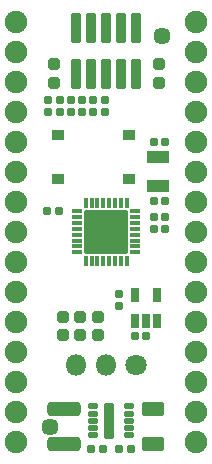
<source format=gbr>
%TF.GenerationSoftware,KiCad,Pcbnew,(6.0.4)*%
%TF.CreationDate,2022-05-03T13:51:14+02:00*%
%TF.ProjectId,nano_samc21e,6e616e6f-5f73-4616-9d63-3231652e6b69,rev?*%
%TF.SameCoordinates,Original*%
%TF.FileFunction,Soldermask,Top*%
%TF.FilePolarity,Negative*%
%FSLAX46Y46*%
G04 Gerber Fmt 4.6, Leading zero omitted, Abs format (unit mm)*
G04 Created by KiCad (PCBNEW (6.0.4)) date 2022-05-03 13:51:14*
%MOMM*%
%LPD*%
G01*
G04 APERTURE LIST*
G04 Aperture macros list*
%AMRoundRect*
0 Rectangle with rounded corners*
0 $1 Rounding radius*
0 $2 $3 $4 $5 $6 $7 $8 $9 X,Y pos of 4 corners*
0 Add a 4 corners polygon primitive as box body*
4,1,4,$2,$3,$4,$5,$6,$7,$8,$9,$2,$3,0*
0 Add four circle primitives for the rounded corners*
1,1,$1+$1,$2,$3*
1,1,$1+$1,$4,$5*
1,1,$1+$1,$6,$7*
1,1,$1+$1,$8,$9*
0 Add four rect primitives between the rounded corners*
20,1,$1+$1,$2,$3,$4,$5,0*
20,1,$1+$1,$4,$5,$6,$7,0*
20,1,$1+$1,$6,$7,$8,$9,0*
20,1,$1+$1,$8,$9,$2,$3,0*%
G04 Aperture macros list end*
%ADD10RoundRect,0.050000X-1.800000X1.800000X-1.800000X-1.800000X1.800000X-1.800000X1.800000X1.800000X0*%
%ADD11RoundRect,0.112500X-0.337500X0.062500X-0.337500X-0.062500X0.337500X-0.062500X0.337500X0.062500X0*%
%ADD12RoundRect,0.112500X-0.062500X0.337500X-0.062500X-0.337500X0.062500X-0.337500X0.062500X0.337500X0*%
%ADD13RoundRect,0.050000X-0.370000X1.200000X-0.370000X-1.200000X0.370000X-1.200000X0.370000X1.200000X0*%
%ADD14RoundRect,0.300000X0.650000X-0.325000X0.650000X0.325000X-0.650000X0.325000X-0.650000X-0.325000X0*%
%ADD15RoundRect,0.300000X1.100000X-0.325000X1.100000X0.325000X-1.100000X0.325000X-1.100000X-0.325000X0*%
%ADD16RoundRect,0.190000X0.170000X-0.140000X0.170000X0.140000X-0.170000X0.140000X-0.170000X-0.140000X0*%
%ADD17RoundRect,0.190000X0.140000X0.170000X-0.140000X0.170000X-0.140000X-0.170000X0.140000X-0.170000X0*%
%ADD18RoundRect,0.050000X-0.350000X-1.450000X0.350000X-1.450000X0.350000X1.450000X-0.350000X1.450000X0*%
%ADD19RoundRect,0.162500X-0.287500X-0.112500X0.287500X-0.112500X0.287500X0.112500X-0.287500X0.112500X0*%
%ADD20RoundRect,0.275000X-0.250000X0.225000X-0.250000X-0.225000X0.250000X-0.225000X0.250000X0.225000X0*%
%ADD21RoundRect,0.190000X-0.140000X-0.170000X0.140000X-0.170000X0.140000X0.170000X-0.140000X0.170000X0*%
%ADD22RoundRect,0.050000X-0.900000X0.500000X-0.900000X-0.500000X0.900000X-0.500000X0.900000X0.500000X0*%
%ADD23C,1.800000*%
%ADD24O,1.800000X1.800000*%
%ADD25C,1.900000*%
%ADD26RoundRect,0.050000X0.325000X-0.530000X0.325000X0.530000X-0.325000X0.530000X-0.325000X-0.530000X0*%
%ADD27RoundRect,0.268750X-0.256250X0.218750X-0.256250X-0.218750X0.256250X-0.218750X0.256250X0.218750X0*%
%ADD28RoundRect,0.190000X-0.170000X0.140000X-0.170000X-0.140000X0.170000X-0.140000X0.170000X0.140000X0*%
%ADD29C,1.448000*%
%ADD30RoundRect,0.275000X0.250000X-0.225000X0.250000X0.225000X-0.250000X0.225000X-0.250000X-0.225000X0*%
%ADD31RoundRect,0.050000X0.500000X0.375000X-0.500000X0.375000X-0.500000X-0.375000X0.500000X-0.375000X0*%
G04 APERTURE END LIST*
D10*
%TO.C,U1*%
X24250000Y-34250000D03*
D11*
X26700000Y-32500000D03*
X26700000Y-33000000D03*
X26700000Y-33500000D03*
X26700000Y-34000000D03*
X26700000Y-34500000D03*
X26700000Y-35000000D03*
X26700000Y-35500000D03*
X26700000Y-36000000D03*
D12*
X26000000Y-36700000D03*
X25500000Y-36700000D03*
X25000000Y-36700000D03*
X24500000Y-36700000D03*
X24000000Y-36700000D03*
X23500000Y-36700000D03*
X23000000Y-36700000D03*
X22500000Y-36700000D03*
D11*
X21800000Y-36000000D03*
X21800000Y-35500000D03*
X21800000Y-35000000D03*
X21800000Y-34500000D03*
X21800000Y-34000000D03*
X21800000Y-33500000D03*
X21800000Y-33000000D03*
X21800000Y-32500000D03*
D12*
X22500000Y-31800000D03*
X23000000Y-31800000D03*
X23500000Y-31800000D03*
X24000000Y-31800000D03*
X24500000Y-31800000D03*
X25000000Y-31800000D03*
X25500000Y-31800000D03*
X26000000Y-31800000D03*
%TD*%
D13*
%TO.C,J1*%
X26790000Y-16985000D03*
X26790000Y-20885000D03*
X25520000Y-16985000D03*
X25520000Y-20885000D03*
X24250000Y-16985000D03*
X24250000Y-20885000D03*
X22980000Y-16985000D03*
X22980000Y-20885000D03*
X21710000Y-16985000D03*
X21710000Y-20885000D03*
%TD*%
D14*
%TO.C,C9*%
X28200000Y-52250000D03*
X28200000Y-49300000D03*
%TD*%
D15*
%TO.C,C12*%
X20700000Y-52250000D03*
X20700000Y-49300000D03*
%TD*%
D16*
%TO.C,R3*%
X23150000Y-24105000D03*
X23150000Y-23145000D03*
%TD*%
D17*
%TO.C,R6*%
X26305000Y-52625000D03*
X25345000Y-52625000D03*
%TD*%
%TO.C,R7*%
X23955000Y-52625000D03*
X22995000Y-52625000D03*
%TD*%
D18*
%TO.C,U3*%
X24500000Y-50250000D03*
D19*
X26200000Y-49050000D03*
X26200000Y-49650000D03*
X26200000Y-50250000D03*
X26200000Y-50850000D03*
X26200000Y-51450000D03*
X23150000Y-51450000D03*
X23150000Y-50850000D03*
X23150000Y-50250000D03*
X23150000Y-49650000D03*
X23150000Y-49050000D03*
%TD*%
D20*
%TO.C,C5*%
X20550000Y-41440000D03*
X20550000Y-42990000D03*
%TD*%
%TO.C,FB1*%
X22050000Y-41440000D03*
X22050000Y-42990000D03*
%TD*%
D21*
%TO.C,C7*%
X28270000Y-31650000D03*
X29230000Y-31650000D03*
%TD*%
D22*
%TO.C,Y1*%
X28600000Y-30400000D03*
X28600000Y-27900000D03*
%TD*%
D21*
%TO.C,C8*%
X28270000Y-26650000D03*
X29230000Y-26650000D03*
%TD*%
D23*
%TO.C,JP1*%
X26775000Y-45578400D03*
D24*
X24235000Y-45578400D03*
X21695000Y-45578400D03*
%TD*%
D25*
%TO.C,J2*%
X31870000Y-52030000D03*
X31870000Y-49490000D03*
X31870000Y-46950000D03*
X31870000Y-44410000D03*
X31870000Y-41870000D03*
X31870000Y-39330000D03*
X31870000Y-36790000D03*
X31870000Y-34250000D03*
X31870000Y-31710000D03*
X31870000Y-29170000D03*
X31870000Y-26630000D03*
X31870000Y-24090000D03*
X31870000Y-21550000D03*
X31870000Y-19010000D03*
X31870000Y-16470000D03*
X16630000Y-16470000D03*
X16630000Y-19010000D03*
X16630000Y-21550000D03*
X16630000Y-24090000D03*
X16630000Y-26630000D03*
X16630000Y-29170000D03*
X16630000Y-31710000D03*
X16630000Y-34250000D03*
X16630000Y-36790000D03*
X16630000Y-39330000D03*
X16630000Y-41870000D03*
X16630000Y-44410000D03*
X16630000Y-46950000D03*
X16630000Y-49490000D03*
X16630000Y-52030000D03*
%TD*%
D16*
%TO.C,R4*%
X24100000Y-24105000D03*
X24100000Y-23145000D03*
%TD*%
%TO.C,R5*%
X19350000Y-24105000D03*
X19350000Y-23145000D03*
%TD*%
D26*
%TO.C,U2*%
X26650000Y-41789200D03*
X27600000Y-41789200D03*
X28550000Y-41789200D03*
X28550000Y-39589200D03*
X26650000Y-39589200D03*
%TD*%
D16*
%TO.C,C1*%
X21250000Y-24105000D03*
X21250000Y-23145000D03*
%TD*%
D21*
%TO.C,C4*%
X28270000Y-34000000D03*
X29230000Y-34000000D03*
%TD*%
D27*
%TO.C,D1*%
X28700000Y-20062500D03*
X28700000Y-21637500D03*
%TD*%
D16*
%TO.C,R2*%
X20300000Y-24105000D03*
X20300000Y-23145000D03*
%TD*%
D28*
%TO.C,C11*%
X25300000Y-39559200D03*
X25300000Y-40519200D03*
%TD*%
D29*
%TO.C,FID2*%
X19500000Y-50775000D03*
%TD*%
%TO.C,FID3*%
X29000000Y-17725000D03*
%TD*%
D27*
%TO.C,D2*%
X19800000Y-20062500D03*
X19800000Y-21637500D03*
%TD*%
D21*
%TO.C,C10*%
X26645000Y-43089200D03*
X27605000Y-43089200D03*
%TD*%
D17*
%TO.C,C6*%
X20230000Y-32500000D03*
X19270000Y-32500000D03*
%TD*%
D16*
%TO.C,R1*%
X22200000Y-24105000D03*
X22200000Y-23145000D03*
%TD*%
D21*
%TO.C,C3*%
X28270000Y-33050000D03*
X29230000Y-33050000D03*
%TD*%
D30*
%TO.C,C2*%
X23550000Y-42990000D03*
X23550000Y-41440000D03*
%TD*%
D31*
%TO.C,SW1*%
X20150000Y-29825000D03*
X26150000Y-29825000D03*
X26150000Y-26075000D03*
X20150000Y-26075000D03*
%TD*%
M02*

</source>
